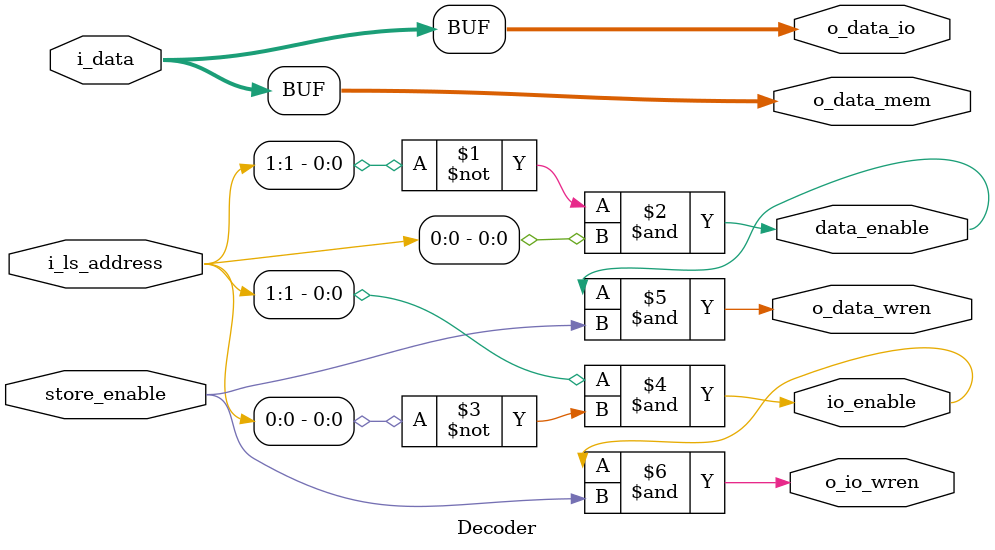
<source format=sv>
module Decoder ( i_ls_address, store_enable, i_data, o_data_wren, o_data_mem, o_io_wren, o_data_io,   data_enable,io_enable);

input logic [1:0] i_ls_address;                //load-store address                                                            
input logic store_enable;
input logic [31:0] i_data;                      //data to be stored

//output logic o_instr_wren;             
//output logic [31:0] o_data_instr;

output logic o_data_wren;                  
output logic [31:0] o_data_mem;                   

output logic o_io_wren;                     
output logic [31:0] o_data_io;


output logic data_enable;
output logic io_enable;



    assign data_enable = ~i_ls_address[1] & i_ls_address[0]; // 0x100 – 0x1FF
    assign io_enable   =  i_ls_address[1] & ~i_ls_address[0]; // 0x200 – 0x2FF

    // Write enables
    assign o_data_wren = data_enable & store_enable;
    assign o_io_wren   = io_enable   & store_enable;

    // Always forward data, enables control actual writes
    assign o_data_mem = i_data;
    assign o_data_io  = i_data;
endmodule 
</source>
